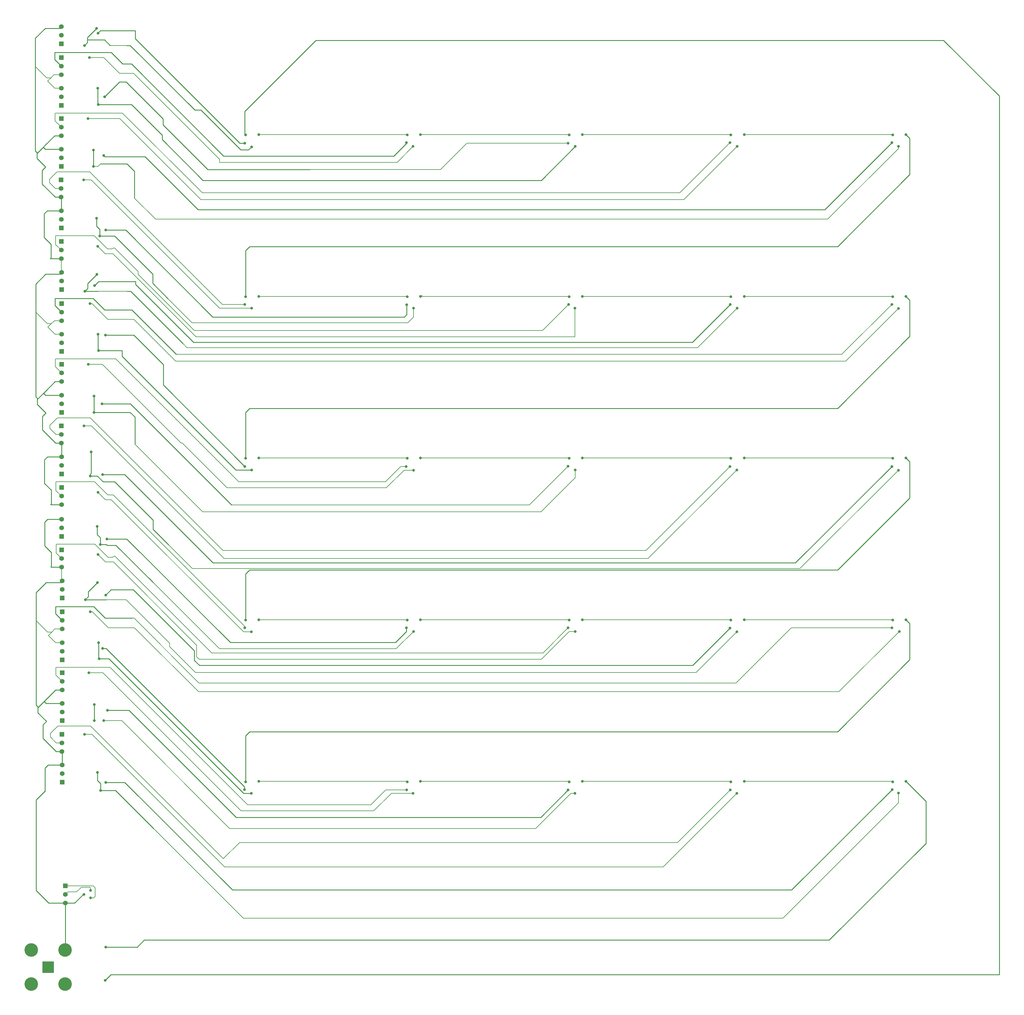
<source format=gbr>
%TF.GenerationSoftware,KiCad,Pcbnew,(6.0.8-1)-1*%
%TF.CreationDate,2024-05-08T16:12:46-04:00*%
%TF.ProjectId,Untitled,556e7469-746c-4656-942e-6b696361645f,rev?*%
%TF.SameCoordinates,Original*%
%TF.FileFunction,Copper,L2,Bot*%
%TF.FilePolarity,Positive*%
%FSLAX46Y46*%
G04 Gerber Fmt 4.6, Leading zero omitted, Abs format (unit mm)*
G04 Created by KiCad (PCBNEW (6.0.8-1)-1) date 2024-05-08 16:12:46*
%MOMM*%
%LPD*%
G01*
G04 APERTURE LIST*
%TA.AperFunction,ComponentPad*%
%ADD10R,1.397000X1.397000*%
%TD*%
%TA.AperFunction,ComponentPad*%
%ADD11C,1.397000*%
%TD*%
%TA.AperFunction,ComponentPad*%
%ADD12R,3.500000X3.500000*%
%TD*%
%TA.AperFunction,ComponentPad*%
%ADD13C,4.000000*%
%TD*%
%TA.AperFunction,ViaPad*%
%ADD14C,0.800000*%
%TD*%
%TA.AperFunction,Conductor*%
%ADD15C,0.200000*%
%TD*%
%TA.AperFunction,Conductor*%
%ADD16C,0.250000*%
%TD*%
G04 APERTURE END LIST*
D10*
%TO.P,REF\u002A\u002A,1*%
%TO.N,N/C*%
X59500100Y-241237500D03*
D11*
%TO.P,REF\u002A\u002A,2*%
X59500100Y-238697500D03*
%TO.P,REF\u002A\u002A,3*%
X59500100Y-236157500D03*
%TD*%
D10*
%TO.P,REF\u002A\u002A,1*%
%TO.N,N/C*%
X59400100Y-186737500D03*
D11*
%TO.P,REF\u002A\u002A,2*%
X59400100Y-184197500D03*
%TO.P,REF\u002A\u002A,3*%
X59400100Y-181657500D03*
%TD*%
D12*
%TO.P,LEDs,1*%
%TO.N,N/C*%
X55387500Y-314087500D03*
D13*
%TO.P,LEDs,2*%
X60412500Y-319112500D03*
X60412500Y-309062500D03*
X50362500Y-319112500D03*
X50362500Y-309062500D03*
%TD*%
D10*
%TO.P,REF\u002A\u002A,1*%
%TO.N,N/C*%
X59350100Y-132087500D03*
D11*
%TO.P,REF\u002A\u002A,2*%
X59350100Y-129547500D03*
%TO.P,REF\u002A\u002A,3*%
X59350100Y-127007500D03*
%TD*%
D10*
%TO.P,REF\u002A\u002A,1*%
%TO.N,N/C*%
X59500100Y-204977500D03*
D11*
%TO.P,REF\u002A\u002A,2*%
X59500100Y-202437500D03*
%TO.P,REF\u002A\u002A,3*%
X59500100Y-199897500D03*
%TD*%
D10*
%TO.P,REF\u002A\u002A,1*%
%TO.N,N/C*%
X59350100Y-113827500D03*
D11*
%TO.P,REF\u002A\u002A,2*%
X59350100Y-111287500D03*
%TO.P,REF\u002A\u002A,3*%
X59350100Y-108747500D03*
%TD*%
D10*
%TO.P,REF\u002A\u002A,1*%
%TO.N,N/C*%
X59250100Y-41127500D03*
D11*
%TO.P,REF\u002A\u002A,2*%
X59250100Y-38587500D03*
%TO.P,REF\u002A\u002A,3*%
X59250100Y-36047500D03*
%TD*%
D10*
%TO.P,REF\u002A\u002A,1*%
%TO.N,N/C*%
X59350100Y-150087500D03*
D11*
%TO.P,REF\u002A\u002A,2*%
X59350100Y-147547500D03*
%TO.P,REF\u002A\u002A,3*%
X59350100Y-145007500D03*
%TD*%
D10*
%TO.P,REF\u002A\u002A,1*%
%TO.N,N/C*%
X59350100Y-168287500D03*
D11*
%TO.P,REF\u002A\u002A,2*%
X59350100Y-165747500D03*
%TO.P,REF\u002A\u002A,3*%
X59350100Y-163207500D03*
%TD*%
D10*
%TO.P,REF\u002A\u002A,1*%
%TO.N,N/C*%
X59250100Y-95587500D03*
D11*
%TO.P,REF\u002A\u002A,2*%
X59250100Y-93047500D03*
%TO.P,REF\u002A\u002A,3*%
X59250100Y-90507500D03*
%TD*%
D10*
%TO.P,REF\u002A\u002A,1*%
%TO.N,N/C*%
X59250100Y-77387500D03*
D11*
%TO.P,REF\u002A\u002A,2*%
X59250100Y-74847500D03*
%TO.P,REF\u002A\u002A,3*%
X59250100Y-72307500D03*
%TD*%
D10*
%TO.P,REF\u002A\u002A,1*%
%TO.N,N/C*%
X59250100Y-59387500D03*
D11*
%TO.P,REF\u002A\u002A,2*%
X59250100Y-56847500D03*
%TO.P,REF\u002A\u002A,3*%
X59250100Y-54307500D03*
%TD*%
D10*
%TO.P,REF\u002A\u002A,1*%
%TO.N,N/C*%
X59500100Y-223237500D03*
D11*
%TO.P,REF\u002A\u002A,2*%
X59500100Y-220697500D03*
%TO.P,REF\u002A\u002A,3*%
X59500100Y-218157500D03*
%TD*%
D10*
%TO.P,REF\u002A\u002A,1*%
%TO.N,N/C*%
X59500100Y-259437500D03*
D11*
%TO.P,REF\u002A\u002A,2*%
X59500100Y-256897500D03*
%TO.P,REF\u002A\u002A,3*%
X59500100Y-254357500D03*
%TD*%
D10*
%TO.P,REF\u002A\u002A,1*%
%TO.N,N/C*%
X59350100Y-172312500D03*
D11*
%TO.P,REF\u002A\u002A,2*%
X59350100Y-174852500D03*
%TO.P,REF\u002A\u002A,3*%
X59350100Y-177392500D03*
%TD*%
D10*
%TO.P,REF\u002A\u002A,1*%
%TO.N,N/C*%
X59250100Y-99612500D03*
D11*
%TO.P,REF\u002A\u002A,2*%
X59250100Y-102152500D03*
%TO.P,REF\u002A\u002A,3*%
X59250100Y-104692500D03*
%TD*%
D10*
%TO.P,REF\u002A\u002A,1*%
%TO.N,N/C*%
X59350100Y-135912500D03*
D11*
%TO.P,REF\u002A\u002A,2*%
X59350100Y-138452500D03*
%TO.P,REF\u002A\u002A,3*%
X59350100Y-140992500D03*
%TD*%
D10*
%TO.P,REF\u002A\u002A,1*%
%TO.N,N/C*%
X60437600Y-290100000D03*
D11*
%TO.P,REF\u002A\u002A,2*%
X60437600Y-292640000D03*
%TO.P,REF\u002A\u002A,3*%
X60437600Y-295180000D03*
%TD*%
D10*
%TO.P,REF\u002A\u002A,1*%
%TO.N,N/C*%
X59450000Y-245250000D03*
D11*
%TO.P,REF\u002A\u002A,2*%
X59450000Y-247790000D03*
%TO.P,REF\u002A\u002A,3*%
X59450000Y-250330000D03*
%TD*%
D10*
%TO.P,REF\u002A\u002A,1*%
%TO.N,N/C*%
X59250100Y-63212500D03*
D11*
%TO.P,REF\u002A\u002A,2*%
X59250100Y-65752500D03*
%TO.P,REF\u002A\u002A,3*%
X59250100Y-68292500D03*
%TD*%
D10*
%TO.P,REF\u002A\u002A,1*%
%TO.N,N/C*%
X59400100Y-190762500D03*
D11*
%TO.P,REF\u002A\u002A,2*%
X59400100Y-193302500D03*
%TO.P,REF\u002A\u002A,3*%
X59400100Y-195842500D03*
%TD*%
D10*
%TO.P,REF\u002A\u002A,1*%
%TO.N,N/C*%
X59200000Y-81400000D03*
D11*
%TO.P,REF\u002A\u002A,2*%
X59200000Y-83940000D03*
%TO.P,REF\u002A\u002A,3*%
X59200000Y-86480000D03*
%TD*%
D10*
%TO.P,REF\u002A\u002A,1*%
%TO.N,N/C*%
X59350100Y-117912500D03*
D11*
%TO.P,REF\u002A\u002A,2*%
X59350100Y-120452500D03*
%TO.P,REF\u002A\u002A,3*%
X59350100Y-122992500D03*
%TD*%
D10*
%TO.P,REF\u002A\u002A,1*%
%TO.N,N/C*%
X59500100Y-227062500D03*
D11*
%TO.P,REF\u002A\u002A,2*%
X59500100Y-229602500D03*
%TO.P,REF\u002A\u002A,3*%
X59500100Y-232142500D03*
%TD*%
D10*
%TO.P,REF\u002A\u002A,1*%
%TO.N,N/C*%
X59500100Y-209062500D03*
D11*
%TO.P,REF\u002A\u002A,2*%
X59500100Y-211602500D03*
%TO.P,REF\u002A\u002A,3*%
X59500100Y-214142500D03*
%TD*%
D10*
%TO.P,REF\u002A\u002A,1*%
%TO.N,N/C*%
X59300000Y-154100000D03*
D11*
%TO.P,REF\u002A\u002A,2*%
X59300000Y-156640000D03*
%TO.P,REF\u002A\u002A,3*%
X59300000Y-159180000D03*
%TD*%
D10*
%TO.P,REF\u002A\u002A,1*%
%TO.N,N/C*%
X59250100Y-45212500D03*
D11*
%TO.P,REF\u002A\u002A,2*%
X59250100Y-47752500D03*
%TO.P,REF\u002A\u002A,3*%
X59250100Y-50292500D03*
%TD*%
D14*
%TO.N,*%
X70000000Y-54300000D03*
X163200000Y-262700000D03*
X71500000Y-168500000D03*
X70200000Y-59100000D03*
X256900000Y-118200000D03*
X261000000Y-115800000D03*
X163300000Y-167200000D03*
X67800000Y-168900000D03*
X66150000Y-245250000D03*
X213200000Y-211400000D03*
X308800000Y-68000000D03*
X161500000Y-163700000D03*
X213200000Y-68000000D03*
X113500000Y-166100000D03*
X209100000Y-118200000D03*
X70300000Y-131800000D03*
X211000000Y-262700000D03*
X113500000Y-213800000D03*
X72400000Y-96200000D03*
X69050000Y-241250000D03*
X67112500Y-63212500D03*
X304900000Y-259300000D03*
X113700000Y-211500000D03*
X72300000Y-127300000D03*
X69950000Y-200450000D03*
X256800000Y-166100000D03*
X66000000Y-154100000D03*
X304700000Y-261600000D03*
X72400000Y-259500000D03*
X117600000Y-163600000D03*
X163200000Y-71500000D03*
X209300000Y-115900000D03*
X72400000Y-308200000D03*
X163300000Y-119300000D03*
X113700000Y-163700000D03*
X113700000Y-259300000D03*
X67362500Y-227062500D03*
X70850000Y-261850000D03*
X257100000Y-115900000D03*
X306600000Y-262600000D03*
X67212500Y-135912500D03*
X113500000Y-70500000D03*
X161500000Y-115900000D03*
X161300000Y-261700000D03*
X209000000Y-261700000D03*
X71800000Y-241237500D03*
X113500000Y-118200000D03*
X209300000Y-211500000D03*
X257100000Y-211500000D03*
X161200000Y-70400000D03*
X70750000Y-189150000D03*
X66100000Y-41637506D03*
X115500000Y-119300000D03*
X115500000Y-167100000D03*
X161500000Y-68100000D03*
X117600000Y-68000000D03*
X211100000Y-167100000D03*
X209300000Y-68100000D03*
X308800000Y-259200000D03*
X304900000Y-163700000D03*
X70150000Y-192150000D03*
X256800000Y-70400000D03*
X161500000Y-259300000D03*
X306600000Y-167200000D03*
X65900000Y-81400000D03*
X67887500Y-291437500D03*
X115500000Y-71600000D03*
X308800000Y-211400000D03*
X257100000Y-163700000D03*
X165400000Y-259200000D03*
X70100000Y-38000000D03*
X69800000Y-109300000D03*
X67887500Y-293637500D03*
X117600000Y-259200000D03*
X67862500Y-209062500D03*
X69950000Y-256550000D03*
X115400000Y-262700000D03*
X69700000Y-92700000D03*
X211000000Y-119300000D03*
X304600000Y-213800000D03*
X71800000Y-74200000D03*
X68800000Y-77400000D03*
X258800000Y-262700000D03*
X261000000Y-259200000D03*
X65937500Y-292587500D03*
X256800000Y-213900000D03*
X209000000Y-213800000D03*
X161200000Y-213800000D03*
X209000000Y-166000000D03*
X70250000Y-218150000D03*
X69700000Y-36600000D03*
X67612500Y-45212500D03*
X72200000Y-318000000D03*
X213200000Y-115800000D03*
X161300000Y-118300000D03*
X304900000Y-68100000D03*
X163300000Y-214900000D03*
X304600000Y-70400000D03*
X72400000Y-204100000D03*
X308800000Y-115800000D03*
X165400000Y-211400000D03*
X165400000Y-68000000D03*
X161500000Y-211500000D03*
X306600000Y-71500000D03*
X68800000Y-72600000D03*
X211100000Y-71500000D03*
X113400000Y-261600000D03*
X117600000Y-115800000D03*
X161100000Y-166100000D03*
X308800000Y-163600000D03*
X69100000Y-112600000D03*
X258900000Y-71500000D03*
X113700000Y-115900000D03*
X261000000Y-68000000D03*
X261000000Y-211400000D03*
X70600000Y-98000000D03*
X72700000Y-187500000D03*
X306800000Y-214900000D03*
X72900000Y-238200000D03*
X67712500Y-117912500D03*
X70000000Y-101000000D03*
X68900000Y-150100000D03*
X115400000Y-215000000D03*
X69050000Y-236450000D03*
X71300000Y-147600000D03*
X165400000Y-163600000D03*
X165400000Y-115800000D03*
X72100000Y-56800000D03*
X304900000Y-115900000D03*
X257100000Y-68100000D03*
X213200000Y-259200000D03*
X117600000Y-211400000D03*
X258800000Y-215000000D03*
X209300000Y-259300000D03*
X211100000Y-214900000D03*
X66200000Y-114337506D03*
X68100000Y-161800000D03*
X261000000Y-163600000D03*
X113700000Y-68100000D03*
X256900000Y-261700000D03*
X213200000Y-163600000D03*
X66350000Y-205487506D03*
X304600000Y-166100000D03*
X70100000Y-173700000D03*
X257100000Y-259300000D03*
X258800000Y-167100000D03*
X209300000Y-163700000D03*
X70450000Y-222950000D03*
X71500000Y-219900000D03*
X68900000Y-145300000D03*
X209000000Y-70500000D03*
X304600000Y-118200000D03*
X69850000Y-183850000D03*
X306600000Y-119400000D03*
X304900000Y-211500000D03*
X258900000Y-119300000D03*
X70100000Y-127000000D03*
%TD*%
D15*
%TO.N,*%
X67612500Y-45212500D02*
X71812500Y-45212500D01*
X76500000Y-49900000D02*
X80600000Y-49900000D01*
X71812500Y-45212500D02*
X76500000Y-49900000D01*
X80600000Y-49900000D02*
X106000000Y-75300000D01*
X106000000Y-75300000D02*
X106000000Y-76200000D01*
X158500000Y-76200000D02*
X163200000Y-71500000D01*
X106000000Y-76200000D02*
X158500000Y-76200000D01*
D16*
X59250100Y-47752500D02*
X57300000Y-45802400D01*
X57300000Y-45802400D02*
X57300000Y-43700000D01*
X57300000Y-43700000D02*
X74000000Y-43700000D01*
X74000000Y-43700000D02*
X77400000Y-47100000D01*
X157500000Y-74300000D02*
X161200000Y-70600000D01*
X77400000Y-47100000D02*
X80000000Y-47100000D01*
X80000000Y-47100000D02*
X107200000Y-74300000D01*
X107200000Y-74300000D02*
X157500000Y-74300000D01*
X161200000Y-70600000D02*
X161200000Y-70400000D01*
X76500000Y-52400000D02*
X78400000Y-52400000D01*
X78400000Y-52400000D02*
X89300000Y-63300000D01*
X72100000Y-56800000D02*
X76500000Y-52400000D01*
X89300000Y-63300000D02*
X89300000Y-65100000D01*
X89300000Y-65100000D02*
X102500000Y-78300000D01*
X102500000Y-78300000D02*
X132800000Y-78300000D01*
X67800000Y-168900000D02*
X69900000Y-168900000D01*
X69900000Y-168900000D02*
X71600000Y-170600000D01*
X71500000Y-168500000D02*
X78000000Y-168500000D01*
X78000000Y-168500000D02*
X104100000Y-194600000D01*
X104100000Y-194600000D02*
X276100000Y-194600000D01*
X276100000Y-194600000D02*
X304600000Y-166100000D01*
X71600000Y-170600000D02*
X75000000Y-170600000D01*
X75000000Y-170600000D02*
X86350000Y-181950000D01*
X86350000Y-181950000D02*
X86350000Y-184650000D01*
X86350000Y-184650000D02*
X90900000Y-189200000D01*
X67800000Y-168900000D02*
X67800000Y-168400000D01*
X67800000Y-168400000D02*
X68100000Y-168100000D01*
X68100000Y-168100000D02*
X68100000Y-161800000D01*
X113500000Y-67900000D02*
X113700000Y-68100000D01*
D15*
X59300000Y-156640000D02*
X57640000Y-156640000D01*
X151600000Y-267900000D02*
X112400000Y-267900000D01*
D16*
X52200000Y-146000000D02*
X52200000Y-147750000D01*
X67100000Y-112000000D02*
X67100000Y-113437506D01*
X81000000Y-159500000D02*
X81000000Y-151500000D01*
X72400000Y-96200000D02*
X78300000Y-96200000D01*
X78700000Y-76600000D02*
X80900000Y-78800000D01*
D15*
X155000000Y-170600000D02*
X155100000Y-170600000D01*
X117600000Y-163600000D02*
X161400000Y-163600000D01*
X158200000Y-220000000D02*
X106000000Y-220000000D01*
D16*
X52200000Y-147750000D02*
X54725000Y-150275000D01*
X59200000Y-86480000D02*
X57480000Y-86480000D01*
X56100000Y-177300000D02*
X56192500Y-177392500D01*
D15*
X160500000Y-167200000D02*
X155300000Y-172400000D01*
D16*
X51800000Y-291400000D02*
X51800000Y-264700000D01*
D15*
X209200000Y-115800000D02*
X209300000Y-115900000D01*
X57400000Y-63902400D02*
X57400000Y-61700000D01*
D16*
X336400000Y-316300000D02*
X336400000Y-56600000D01*
X72100000Y-119800000D02*
X80100000Y-119800000D01*
D15*
X70100000Y-114200000D02*
X70230000Y-114330000D01*
D16*
X66200000Y-114337506D02*
X69962494Y-114337506D01*
D15*
X56050000Y-246050000D02*
X56050000Y-245050000D01*
X60437600Y-290100000D02*
X64175000Y-290100000D01*
D16*
X114900000Y-196700000D02*
X113700000Y-197900000D01*
X70300000Y-131800000D02*
X77200000Y-131800000D01*
D15*
X55900000Y-153900000D02*
X58100000Y-151700000D01*
D16*
X52350000Y-237150000D02*
X51850000Y-236650000D01*
X69950000Y-200450000D02*
X67250000Y-203150000D01*
D15*
X99800000Y-232700000D02*
X289000000Y-232700000D01*
X213200000Y-115800000D02*
X257000000Y-115800000D01*
D16*
X51600000Y-39490000D02*
X54532494Y-36557506D01*
X84000000Y-74500000D02*
X99700000Y-90200000D01*
X69950000Y-256550000D02*
X69950000Y-258950000D01*
D15*
X73150000Y-213750000D02*
X80850000Y-213750000D01*
X257000000Y-68000000D02*
X257100000Y-68100000D01*
D16*
X68800000Y-77400000D02*
X68800000Y-72600000D01*
D15*
X291050000Y-134950000D02*
X306600000Y-119400000D01*
D16*
X55192500Y-163207500D02*
X54300000Y-164100000D01*
D15*
X289000000Y-232700000D02*
X306800000Y-214900000D01*
X57700000Y-170600000D02*
X69100000Y-170600000D01*
D16*
X53700000Y-155300000D02*
X53700000Y-151300000D01*
D15*
X163200000Y-262700000D02*
X156800000Y-262700000D01*
X201100000Y-223100000D02*
X100000000Y-223100000D01*
X165400000Y-259200000D02*
X209200000Y-259200000D01*
D16*
X112300000Y-72500000D02*
X100500000Y-60700000D01*
X77200000Y-131800000D02*
X77200000Y-133500000D01*
D15*
X57207500Y-122992500D02*
X56300000Y-123900000D01*
X57500000Y-134400000D02*
X57600000Y-134300000D01*
X56450000Y-215050000D02*
X55450000Y-216050000D01*
D16*
X75400000Y-189400000D02*
X72800000Y-189400000D01*
D15*
X199400000Y-273100000D02*
X209800000Y-262700000D01*
D16*
X288600000Y-101100000D02*
X114900000Y-101100000D01*
X57580000Y-159180000D02*
X53700000Y-155300000D01*
X113700000Y-150100000D02*
X113700000Y-163700000D01*
X104000000Y-121900000D02*
X160600000Y-121900000D01*
X81110000Y-37300000D02*
X81110000Y-39610000D01*
X81210000Y-111390000D02*
X81210000Y-112310000D01*
X79700000Y-147600000D02*
X109600000Y-177500000D01*
D15*
X75000000Y-101500000D02*
X74600000Y-101500000D01*
D16*
X54350000Y-189550000D02*
X56350000Y-191550000D01*
X110900000Y-269800000D02*
X200900000Y-269800000D01*
X72550000Y-189150000D02*
X72800000Y-189400000D01*
D15*
X60437600Y-292640000D02*
X61190100Y-291887500D01*
X163300000Y-167200000D02*
X160500000Y-167200000D01*
X306600000Y-265500000D02*
X272500000Y-299600000D01*
D16*
X100100000Y-224900000D02*
X245800000Y-224900000D01*
D15*
X59350100Y-122992500D02*
X57207500Y-122992500D01*
D16*
X72200000Y-318000000D02*
X73900000Y-316300000D01*
X69800000Y-109300000D02*
X67100000Y-112000000D01*
X134500000Y-40100000D02*
X113500000Y-61100000D01*
D15*
X70000000Y-101000000D02*
X72200000Y-103200000D01*
X100000000Y-223100000D02*
X99250000Y-222350000D01*
D16*
X201100000Y-81500000D02*
X101100000Y-81500000D01*
X56350000Y-191550000D02*
X56350000Y-195550000D01*
D15*
X272500000Y-299600000D02*
X113000000Y-299600000D01*
D16*
X69050000Y-241250000D02*
X69050000Y-236450000D01*
D15*
X72900000Y-101800000D02*
X69000000Y-97900000D01*
D16*
X99700000Y-90200000D02*
X284800000Y-90200000D01*
D15*
X161400000Y-68000000D02*
X161500000Y-68100000D01*
D16*
X72500000Y-219900000D02*
X113400000Y-260800000D01*
D15*
X57307500Y-54307500D02*
X59250100Y-54307500D01*
X257000000Y-259200000D02*
X257100000Y-259300000D01*
X209200000Y-259200000D02*
X209300000Y-259300000D01*
D16*
X308800000Y-211400000D02*
X309900000Y-212500000D01*
X79300000Y-238200000D02*
X110900000Y-269800000D01*
X72250000Y-210950000D02*
X80250000Y-210950000D01*
D15*
X57600000Y-134300000D02*
X75400000Y-134300000D01*
X99250000Y-218950000D02*
X74650000Y-194350000D01*
D16*
X70000000Y-54300000D02*
X70000000Y-58900000D01*
X309900000Y-164700000D02*
X309900000Y-175400000D01*
D15*
X211100000Y-169400000D02*
X211100000Y-167100000D01*
D16*
X67250000Y-204587506D02*
X66350000Y-205487506D01*
X59300000Y-159180000D02*
X57580000Y-159180000D01*
X115500000Y-71600000D02*
X114600000Y-72500000D01*
D15*
X97900000Y-123600000D02*
X90800000Y-116500000D01*
D16*
X81000000Y-151500000D02*
X79587500Y-150087500D01*
D15*
X232600000Y-193300000D02*
X107400000Y-193300000D01*
D16*
X83775000Y-306100000D02*
X286100000Y-306100000D01*
D15*
X304800000Y-163600000D02*
X304900000Y-163700000D01*
D16*
X67100000Y-113437506D02*
X66200000Y-114337506D01*
D15*
X59250100Y-65752500D02*
X57400000Y-63902400D01*
X107000000Y-190900000D02*
X232000000Y-190900000D01*
X70100000Y-77400000D02*
X70900000Y-76600000D01*
X165400000Y-163600000D02*
X209200000Y-163600000D01*
X57407500Y-127007500D02*
X59350100Y-127007500D01*
D16*
X286100000Y-306100000D02*
X314700000Y-277500000D01*
X54020000Y-144420000D02*
X52261068Y-146178932D01*
D15*
X56300000Y-123900000D02*
X55300000Y-124900000D01*
X213200000Y-68000000D02*
X257000000Y-68000000D01*
D16*
X336400000Y-56600000D02*
X319900000Y-40100000D01*
D15*
X261000000Y-163600000D02*
X304800000Y-163600000D01*
D16*
X98700000Y-60700000D02*
X79630000Y-41630000D01*
X81110000Y-39610000D02*
X112000000Y-70500000D01*
D15*
X304800000Y-68000000D02*
X304900000Y-68100000D01*
D16*
X52400000Y-237200000D02*
X52350000Y-237150000D01*
D15*
X111750000Y-263550000D02*
X114300000Y-266100000D01*
X165400000Y-68000000D02*
X209200000Y-68000000D01*
X98900000Y-227000000D02*
X246800000Y-227000000D01*
X57557500Y-218157500D02*
X59500100Y-218157500D01*
D16*
X59500100Y-254357500D02*
X55342500Y-254357500D01*
D15*
X59350100Y-174852500D02*
X57700000Y-173202400D01*
D16*
X70310000Y-111390000D02*
X81210000Y-111390000D01*
X51850000Y-203340000D02*
X54782494Y-200407506D01*
X56000000Y-104600000D02*
X56092500Y-104692500D01*
D15*
X109000000Y-273100000D02*
X199400000Y-273100000D01*
X74500000Y-103200000D02*
X99100000Y-127800000D01*
X68312500Y-117912500D02*
X72400000Y-122000000D01*
X285700000Y-93000000D02*
X87100000Y-93000000D01*
D16*
X54507500Y-72307500D02*
X59250100Y-72307500D01*
D15*
X304800000Y-211400000D02*
X304900000Y-211500000D01*
D16*
X70600000Y-96000000D02*
X70600000Y-98000000D01*
X52350000Y-238900000D02*
X54875000Y-241425000D01*
D15*
X61190100Y-291887500D02*
X63787500Y-291887500D01*
X247200000Y-131000000D02*
X96400000Y-131000000D01*
D16*
X51600000Y-72800000D02*
X51600000Y-47800000D01*
D15*
X68200000Y-154100000D02*
X66000000Y-154100000D01*
X117600000Y-259200000D02*
X161400000Y-259200000D01*
X257000000Y-115800000D02*
X257100000Y-115900000D01*
D16*
X158000000Y-218100000D02*
X161200000Y-214900000D01*
D15*
X156800000Y-262700000D02*
X151600000Y-267900000D01*
X55800000Y-82200000D02*
X55800000Y-81200000D01*
X68800000Y-77400000D02*
X70100000Y-77400000D01*
D16*
X57550000Y-207550000D02*
X68850000Y-207550000D01*
X70850000Y-261850000D02*
X75250000Y-261850000D01*
X51850000Y-236650000D02*
X51850000Y-211650000D01*
D15*
X67212500Y-135912500D02*
X71412500Y-135912500D01*
X155100000Y-261700000D02*
X161300000Y-261700000D01*
D16*
X54982500Y-234757500D02*
X54170000Y-235570000D01*
D15*
X57650000Y-225550000D02*
X57750000Y-225450000D01*
D16*
X53850000Y-242450000D02*
X54875000Y-241425000D01*
D15*
X78380000Y-205480000D02*
X91300000Y-218400000D01*
D16*
X314700000Y-265100000D02*
X308800000Y-259200000D01*
X56350000Y-195550000D02*
X56150000Y-195750000D01*
D15*
X74600000Y-101500000D02*
X74300000Y-101800000D01*
D16*
X319900000Y-40100000D02*
X134500000Y-40100000D01*
X52100000Y-73300000D02*
X52100000Y-75050000D01*
X59450000Y-250330000D02*
X57730000Y-250330000D01*
D15*
X91300000Y-219400000D02*
X98900000Y-227000000D01*
D16*
X113700000Y-197900000D02*
X113700000Y-211500000D01*
D15*
X67712500Y-117912500D02*
X68312500Y-117912500D01*
D16*
X69850000Y-186250000D02*
X70750000Y-187150000D01*
X56300000Y-173100000D02*
X56300000Y-177100000D01*
D15*
X77137500Y-241237500D02*
X109000000Y-273100000D01*
D16*
X70100000Y-131600000D02*
X70300000Y-131800000D01*
X68912500Y-150087500D02*
X68900000Y-150100000D01*
X100500000Y-60700000D02*
X98700000Y-60700000D01*
X86250000Y-109250000D02*
X86250000Y-111950000D01*
X98300000Y-129400000D02*
X245700000Y-129400000D01*
X54350000Y-182550000D02*
X54350000Y-189550000D01*
X80900000Y-78800000D02*
X80900000Y-86800000D01*
X80700000Y-127300000D02*
X89400000Y-136000000D01*
X114600000Y-72500000D02*
X112300000Y-72500000D01*
D15*
X258800000Y-167100000D02*
X232600000Y-193300000D01*
D16*
X112000000Y-70500000D02*
X113500000Y-70500000D01*
X57400000Y-118502400D02*
X57400000Y-116400000D01*
X72400000Y-308200000D02*
X81675000Y-308200000D01*
X161200000Y-214900000D02*
X161200000Y-213800000D01*
X245800000Y-224900000D02*
X256800000Y-213900000D01*
X54020000Y-144420000D02*
X54607500Y-145007500D01*
X52200000Y-146000000D02*
X51700000Y-145500000D01*
D15*
X76512500Y-63212500D02*
X99800000Y-86500000D01*
D16*
X73960000Y-202540000D02*
X80540000Y-202540000D01*
D15*
X289850000Y-132950000D02*
X93250000Y-132950000D01*
X117600000Y-211400000D02*
X161400000Y-211400000D01*
D16*
X80540000Y-202540000D02*
X98600000Y-220600000D01*
X59400100Y-209699900D02*
X59375000Y-209725000D01*
D15*
X82000000Y-109300000D02*
X82000000Y-108500000D01*
D16*
X54832500Y-143607500D02*
X54020000Y-144420000D01*
X72040000Y-40000000D02*
X73670000Y-41630000D01*
X68900000Y-150100000D02*
X68900000Y-145300000D01*
D15*
X56450000Y-215050000D02*
X55250000Y-215050000D01*
D16*
X70750000Y-187150000D02*
X70750000Y-189150000D01*
D15*
X113500000Y-213400000D02*
X113500000Y-213800000D01*
X68100000Y-81400000D02*
X106000000Y-119300000D01*
X55300000Y-124900000D02*
X57407500Y-127007500D01*
X209000000Y-166000000D02*
X197500000Y-177500000D01*
X69100000Y-170600000D02*
X73000000Y-174500000D01*
X155300000Y-172400000D02*
X108200000Y-172400000D01*
D16*
X69962494Y-114337506D02*
X70100000Y-114200000D01*
D15*
X67800000Y-151700000D02*
X107000000Y-190900000D01*
X68350000Y-245250000D02*
X66150000Y-245250000D01*
X106000000Y-119300000D02*
X115500000Y-119300000D01*
X209800000Y-262700000D02*
X211000000Y-262700000D01*
D16*
X51600000Y-47800000D02*
X51600000Y-39490000D01*
X113400000Y-260800000D02*
X113400000Y-261600000D01*
D15*
X163300000Y-121900000D02*
X161600000Y-123600000D01*
X67862500Y-209062500D02*
X68462500Y-209062500D01*
D16*
X109200000Y-218100000D02*
X158000000Y-218100000D01*
D15*
X71562500Y-227062500D02*
X67362500Y-227062500D01*
D16*
X54300000Y-164100000D02*
X54300000Y-171100000D01*
X51800000Y-264700000D02*
X54450000Y-262050000D01*
D15*
X117600000Y-68000000D02*
X161400000Y-68000000D01*
D16*
X70100000Y-38000000D02*
X70800000Y-37300000D01*
D15*
X55800000Y-81200000D02*
X58000000Y-79000000D01*
X171300000Y-78300000D02*
X132800000Y-78300000D01*
X74000000Y-175900000D02*
X113100000Y-215000000D01*
X108200000Y-172400000D02*
X107350000Y-171550000D01*
D16*
X288600000Y-196700000D02*
X114900000Y-196700000D01*
X72300000Y-127300000D02*
X80700000Y-127300000D01*
D15*
X274900000Y-213800000D02*
X258600000Y-230100000D01*
D16*
X70850000Y-259850000D02*
X70850000Y-261850000D01*
D15*
X59250100Y-104692500D02*
X59250100Y-108647500D01*
D16*
X165800000Y-115600000D02*
X165700000Y-115700000D01*
D15*
X56300000Y-123900000D02*
X55100000Y-123900000D01*
D16*
X57480000Y-86480000D02*
X53600000Y-82600000D01*
X54732500Y-70907500D02*
X57347500Y-68292500D01*
X70750000Y-189150000D02*
X72550000Y-189150000D01*
X78600000Y-187500000D02*
X109200000Y-218100000D01*
D15*
X73000000Y-174500000D02*
X74600000Y-174500000D01*
D16*
X70000000Y-58900000D02*
X70200000Y-59100000D01*
X78300000Y-96200000D02*
X104000000Y-121900000D01*
X69700000Y-36600000D02*
X67000000Y-39300000D01*
X70600000Y-98000000D02*
X75000000Y-98000000D01*
X75250000Y-261850000D02*
X86500000Y-273100000D01*
D15*
X70100000Y-173700000D02*
X72300000Y-175900000D01*
D16*
X308800000Y-115800000D02*
X309900000Y-116900000D01*
D15*
X232000000Y-190900000D02*
X256800000Y-166100000D01*
X80850000Y-213750000D02*
X99800000Y-232700000D01*
X107550000Y-284450000D02*
X68350000Y-245250000D01*
X165400000Y-115800000D02*
X209200000Y-115800000D01*
D16*
X56200000Y-100400000D02*
X56200000Y-104400000D01*
X70100000Y-127000000D02*
X70100000Y-131600000D01*
D15*
X57400000Y-61700000D02*
X57500000Y-61600000D01*
X57600000Y-100502400D02*
X59250100Y-102152500D01*
D16*
X59350100Y-191249900D02*
X59325000Y-191275000D01*
D15*
X161400000Y-211400000D02*
X161500000Y-211500000D01*
X59250100Y-108647500D02*
X59350100Y-108747500D01*
D16*
X160600000Y-121900000D02*
X161300000Y-121200000D01*
X52250000Y-146050000D02*
X52200000Y-146000000D01*
D15*
X306600000Y-262600000D02*
X306600000Y-265500000D01*
D16*
X161300000Y-121200000D02*
X161300000Y-118300000D01*
D15*
X69287500Y-290687500D02*
X69287500Y-293187500D01*
D16*
X70900000Y-76600000D02*
X78700000Y-76600000D01*
X54982500Y-234757500D02*
X57597500Y-232142500D01*
D15*
X209000000Y-70500000D02*
X179100000Y-70500000D01*
D16*
X54200000Y-91400000D02*
X54200000Y-98400000D01*
X288600000Y-148900000D02*
X114900000Y-148900000D01*
D15*
X59400100Y-193302500D02*
X57750000Y-191652400D01*
X106900000Y-118200000D02*
X113500000Y-118200000D01*
X57640000Y-156640000D02*
X55900000Y-154900000D01*
D16*
X54757500Y-236157500D02*
X59500100Y-236157500D01*
D15*
X107400000Y-193300000D02*
X68200000Y-154100000D01*
D16*
X86250000Y-200250000D02*
X75400000Y-189400000D01*
X309900000Y-127600000D02*
X288600000Y-148900000D01*
D15*
X59500100Y-229602500D02*
X57650000Y-227752400D01*
X163300000Y-119300000D02*
X163300000Y-121900000D01*
D16*
X51850000Y-211650000D02*
X51850000Y-203340000D01*
D15*
X257000000Y-163600000D02*
X257100000Y-163700000D01*
D16*
X53850000Y-246450000D02*
X53850000Y-242450000D01*
D15*
X57650000Y-227752400D02*
X57650000Y-225550000D01*
D16*
X89400000Y-142000000D02*
X113500000Y-166100000D01*
D15*
X72200000Y-103200000D02*
X74500000Y-103200000D01*
X114300000Y-266100000D02*
X150700000Y-266100000D01*
X161400000Y-163600000D02*
X161500000Y-163700000D01*
X71412500Y-135912500D02*
X94700000Y-159200000D01*
X99900000Y-230100000D02*
X80750000Y-210950000D01*
X258600000Y-230100000D02*
X99900000Y-230100000D01*
X98000000Y-196300000D02*
X90900000Y-189200000D01*
D16*
X200900000Y-269800000D02*
X209000000Y-261700000D01*
X75000000Y-98000000D02*
X86250000Y-109250000D01*
X69700000Y-92700000D02*
X69700000Y-95100000D01*
D15*
X201000000Y-179500000D02*
X211100000Y-169400000D01*
D16*
X59500100Y-250380100D02*
X59450000Y-250330000D01*
D15*
X59400100Y-199797500D02*
X59500100Y-199897500D01*
D16*
X67000000Y-39300000D02*
X67000000Y-40000000D01*
D15*
X111900000Y-277300000D02*
X241300000Y-277300000D01*
X261000000Y-115800000D02*
X304800000Y-115800000D01*
D16*
X54832500Y-143607500D02*
X57447500Y-140992500D01*
D15*
X56200000Y-51200000D02*
X55200000Y-52200000D01*
X201600000Y-221200000D02*
X209000000Y-213800000D01*
X59200000Y-83940000D02*
X57540000Y-83940000D01*
X159500000Y-166100000D02*
X161100000Y-166100000D01*
X57750000Y-225450000D02*
X73650000Y-225450000D01*
D16*
X113500000Y-61100000D02*
X113500000Y-67900000D01*
D15*
X64175000Y-290100000D02*
X68700000Y-290100000D01*
X59250100Y-50292500D02*
X57107500Y-50292500D01*
D16*
X57730000Y-250330000D02*
X53850000Y-246450000D01*
X59250100Y-90507500D02*
X59250100Y-86530100D01*
D15*
X82000000Y-108500000D02*
X75000000Y-101500000D01*
X155000000Y-170600000D02*
X159500000Y-166100000D01*
D16*
X55242500Y-181657500D02*
X54350000Y-182550000D01*
D15*
X59500100Y-214142500D02*
X57357500Y-214142500D01*
X261000000Y-68000000D02*
X304800000Y-68000000D01*
X69287500Y-293187500D02*
X68837500Y-293637500D01*
D16*
X98600000Y-223400000D02*
X100100000Y-224900000D01*
D15*
X77300000Y-61600000D02*
X100900000Y-85200000D01*
X93050000Y-134950000D02*
X291050000Y-134950000D01*
D16*
X113100000Y-262700000D02*
X115400000Y-262700000D01*
D15*
X66100000Y-41637506D02*
X66107506Y-41630000D01*
D16*
X54450000Y-255250000D02*
X54450000Y-262050000D01*
D15*
X117600000Y-115800000D02*
X161400000Y-115800000D01*
D16*
X60437600Y-295180000D02*
X63195000Y-295180000D01*
D15*
X161400000Y-115800000D02*
X161500000Y-115900000D01*
D16*
X68850000Y-207550000D02*
X72250000Y-210950000D01*
D15*
X58000000Y-79000000D02*
X67700000Y-79000000D01*
X243200000Y-87200000D02*
X100500000Y-87200000D01*
X72420000Y-205480000D02*
X72520000Y-205480000D01*
X261000000Y-259200000D02*
X304800000Y-259200000D01*
X80750000Y-210950000D02*
X80250000Y-210950000D01*
D16*
X309900000Y-79800000D02*
X288600000Y-101100000D01*
D15*
X74600000Y-174500000D02*
X113500000Y-213400000D01*
D16*
X80000000Y-59100000D02*
X70200000Y-59100000D01*
X70800000Y-37300000D02*
X81110000Y-37300000D01*
D15*
X69000000Y-97900000D02*
X57600000Y-97900000D01*
D16*
X245700000Y-129400000D02*
X256900000Y-118200000D01*
D15*
X55100000Y-123900000D02*
X51700000Y-120500000D01*
X63787500Y-291887500D02*
X65187500Y-290487500D01*
X179100000Y-70500000D02*
X171300000Y-78300000D01*
D16*
X71500000Y-219900000D02*
X72500000Y-219900000D01*
X51700000Y-120500000D02*
X51700000Y-112190000D01*
D15*
X73650000Y-225450000D02*
X111700000Y-263500000D01*
D16*
X101100000Y-81500000D02*
X89050000Y-69450000D01*
X56192500Y-177392500D02*
X59350100Y-177392500D01*
X59500100Y-254357500D02*
X59500100Y-250380100D01*
X55580000Y-295180000D02*
X51800000Y-291400000D01*
D15*
X95000000Y-159200000D02*
X107350000Y-171550000D01*
X107150000Y-282050000D02*
X111900000Y-277300000D01*
X70230000Y-114330000D02*
X78670000Y-114330000D01*
X165400000Y-211400000D02*
X209200000Y-211400000D01*
X113000000Y-299600000D02*
X86500000Y-273100000D01*
X99100000Y-127800000D02*
X211000000Y-127800000D01*
X67700000Y-79000000D02*
X106900000Y-118200000D01*
X211000000Y-127800000D02*
X211000000Y-119300000D01*
X258800000Y-262700000D02*
X237050000Y-284450000D01*
D16*
X55342500Y-254357500D02*
X54450000Y-255250000D01*
X59250100Y-118549900D02*
X59225000Y-118575000D01*
X54632494Y-109257506D02*
X59370100Y-109257506D01*
D15*
X80700000Y-122600000D02*
X93050000Y-134950000D01*
X58100000Y-151700000D02*
X67800000Y-151700000D01*
X211100000Y-214900000D02*
X209300000Y-214900000D01*
D16*
X309900000Y-116900000D02*
X309900000Y-127600000D01*
X52350000Y-237150000D02*
X52350000Y-238900000D01*
D15*
X161400000Y-259200000D02*
X161500000Y-259300000D01*
D16*
X114900000Y-101100000D02*
X113700000Y-102300000D01*
D15*
X209300000Y-214900000D02*
X201100000Y-223100000D01*
X100500000Y-87200000D02*
X99800000Y-86500000D01*
D16*
X51700000Y-145500000D02*
X51700000Y-120500000D01*
D15*
X100900000Y-85200000D02*
X242000000Y-85200000D01*
X304600000Y-213800000D02*
X274900000Y-213800000D01*
D16*
X57400000Y-116400000D02*
X68700000Y-116400000D01*
D15*
X57750000Y-189050000D02*
X69150000Y-189050000D01*
X72350000Y-194350000D02*
X70150000Y-192150000D01*
D16*
X70250000Y-218150000D02*
X70250000Y-222750000D01*
X59350100Y-163207500D02*
X55192500Y-163207500D01*
X89050000Y-69450000D02*
X89050000Y-68150000D01*
X86400000Y-200400000D02*
X86250000Y-200250000D01*
X308800000Y-68000000D02*
X309900000Y-69100000D01*
X275000000Y-291300000D02*
X304700000Y-261600000D01*
D15*
X242000000Y-85200000D02*
X256800000Y-70400000D01*
D16*
X66350000Y-205487506D02*
X72512494Y-205487506D01*
D15*
X213200000Y-211400000D02*
X257000000Y-211400000D01*
D16*
X67000000Y-40000000D02*
X67000000Y-40737506D01*
X56150000Y-195750000D02*
X56242500Y-195842500D01*
X113700000Y-245700000D02*
X113700000Y-259300000D01*
X57447500Y-140992500D02*
X59350100Y-140992500D01*
X309900000Y-212500000D02*
X309900000Y-223200000D01*
X79630000Y-41630000D02*
X78570000Y-41630000D01*
D15*
X74750000Y-192650000D02*
X75150000Y-192650000D01*
D16*
X98600000Y-220600000D02*
X98600000Y-223400000D01*
X59500100Y-211602500D02*
X57550000Y-209652400D01*
D15*
X209200000Y-163600000D02*
X209300000Y-163700000D01*
D16*
X68700000Y-116400000D02*
X72100000Y-119800000D01*
D15*
X56200000Y-51200000D02*
X55000000Y-51200000D01*
X68462500Y-209062500D02*
X73150000Y-213750000D01*
D16*
X71300000Y-147600000D02*
X79700000Y-147600000D01*
D15*
X304800000Y-115800000D02*
X304900000Y-115900000D01*
X57540000Y-83940000D02*
X55800000Y-82200000D01*
D16*
X53920000Y-71720000D02*
X52161068Y-73478932D01*
D15*
X59450000Y-247790000D02*
X57790000Y-247790000D01*
X241300000Y-277300000D02*
X256900000Y-261700000D01*
D16*
X54170000Y-235570000D02*
X54757500Y-236157500D01*
X59350100Y-163207500D02*
X59350100Y-159230100D01*
D15*
X67887500Y-290687500D02*
X67887500Y-291437500D01*
X277500000Y-196300000D02*
X98000000Y-196300000D01*
D16*
X59400100Y-181657500D02*
X55242500Y-181657500D01*
D15*
X209100000Y-118200000D02*
X201400000Y-125900000D01*
D16*
X109800000Y-291300000D02*
X275000000Y-291300000D01*
X59350100Y-120452500D02*
X57400000Y-118502400D01*
D15*
X74300000Y-101800000D02*
X72900000Y-101800000D01*
D16*
X86250000Y-111950000D02*
X90800000Y-116500000D01*
D15*
X57107500Y-50292500D02*
X56200000Y-51200000D01*
X75400000Y-134300000D02*
X111700000Y-170600000D01*
D16*
X59250100Y-86530100D02*
X59200000Y-86480000D01*
X51700000Y-112190000D02*
X54632494Y-109257506D01*
X52150000Y-73350000D02*
X52100000Y-73300000D01*
D15*
X65900000Y-81400000D02*
X68100000Y-81400000D01*
X213200000Y-163600000D02*
X257000000Y-163600000D01*
D16*
X55092500Y-90507500D02*
X54200000Y-91400000D01*
D15*
X57600000Y-97900000D02*
X57600000Y-100502400D01*
D16*
X53920000Y-71720000D02*
X54507500Y-72307500D01*
X72100000Y-74500000D02*
X84000000Y-74500000D01*
D15*
X261000000Y-211400000D02*
X304800000Y-211400000D01*
D16*
X60437600Y-295180000D02*
X55580000Y-295180000D01*
D15*
X57357500Y-214142500D02*
X56450000Y-215050000D01*
D16*
X52100000Y-75050000D02*
X54625000Y-77575000D01*
X69700000Y-95100000D02*
X70600000Y-96000000D01*
X309900000Y-69100000D02*
X309900000Y-79800000D01*
X60437600Y-295180000D02*
X60437600Y-309037400D01*
D15*
X304600000Y-118200000D02*
X289850000Y-132950000D01*
D16*
X309900000Y-223200000D02*
X288600000Y-244500000D01*
X72512494Y-205487506D02*
X72520000Y-205480000D01*
D15*
X306600000Y-167200000D02*
X277500000Y-196300000D01*
X306600000Y-71500000D02*
X306600000Y-72100000D01*
D16*
X57550000Y-209652400D02*
X57550000Y-207550000D01*
D15*
X73000000Y-122600000D02*
X80700000Y-122600000D01*
X57700000Y-173202400D02*
X57700000Y-170600000D01*
X75150000Y-192650000D02*
X103700000Y-221200000D01*
X103700000Y-221200000D02*
X201600000Y-221200000D01*
D16*
X67000000Y-40000000D02*
X72040000Y-40000000D01*
X114900000Y-148900000D02*
X113700000Y-150100000D01*
X53700000Y-151300000D02*
X54725000Y-150275000D01*
D15*
X67112500Y-63212500D02*
X76512500Y-63212500D01*
D16*
X57597500Y-232142500D02*
X59500100Y-232142500D01*
X114900000Y-244500000D02*
X113700000Y-245700000D01*
D15*
X69150000Y-189050000D02*
X73050000Y-192950000D01*
X237050000Y-284450000D02*
X107550000Y-284450000D01*
X111700000Y-170600000D02*
X155000000Y-170600000D01*
D16*
X314700000Y-277500000D02*
X314700000Y-265100000D01*
X59350100Y-159230100D02*
X59300000Y-159180000D01*
D15*
X213200000Y-259200000D02*
X257000000Y-259200000D01*
D16*
X72700000Y-187500000D02*
X78600000Y-187500000D01*
D15*
X81000000Y-159500000D02*
X101000000Y-179500000D01*
X73050000Y-192950000D02*
X74450000Y-192950000D01*
X67687500Y-290487500D02*
X67887500Y-290687500D01*
D16*
X54300000Y-171100000D02*
X56300000Y-173100000D01*
X70450000Y-222950000D02*
X73350000Y-222950000D01*
X81675000Y-308200000D02*
X83775000Y-306100000D01*
X78000000Y-259500000D02*
X109800000Y-291300000D01*
X113700000Y-102300000D02*
X113700000Y-115900000D01*
D15*
X68700000Y-290100000D02*
X69287500Y-290687500D01*
D16*
X69850000Y-183850000D02*
X69850000Y-186250000D01*
X79730000Y-114330000D02*
X78670000Y-114330000D01*
D15*
X56050000Y-245050000D02*
X58250000Y-242850000D01*
X72400000Y-122000000D02*
X73000000Y-122600000D01*
X113100000Y-215000000D02*
X115400000Y-215000000D01*
X57790000Y-247790000D02*
X56050000Y-246050000D01*
D16*
X211100000Y-71500000D02*
X201100000Y-81500000D01*
D15*
X72520000Y-205480000D02*
X78380000Y-205480000D01*
X59400100Y-195842500D02*
X59400100Y-199797500D01*
D16*
X71800000Y-74200000D02*
X72100000Y-74500000D01*
X72900000Y-238200000D02*
X79300000Y-238200000D01*
D15*
X257000000Y-211400000D02*
X257100000Y-211500000D01*
X72300000Y-175900000D02*
X74000000Y-175900000D01*
X65187500Y-290487500D02*
X67687500Y-290487500D01*
X150700000Y-266100000D02*
X155100000Y-261700000D01*
X94700000Y-159200000D02*
X95000000Y-159200000D01*
D16*
X73900000Y-316300000D02*
X336400000Y-316300000D01*
D15*
X258900000Y-119300000D02*
X247200000Y-131000000D01*
X55450000Y-216050000D02*
X57557500Y-218157500D01*
D16*
X288600000Y-244500000D02*
X114900000Y-244500000D01*
X54200000Y-98400000D02*
X56200000Y-100400000D01*
X110800000Y-167100000D02*
X115500000Y-167100000D01*
D15*
X161600000Y-123600000D02*
X97900000Y-123600000D01*
D16*
X53600000Y-78600000D02*
X54625000Y-77575000D01*
D15*
X91300000Y-218400000D02*
X91300000Y-219400000D01*
X98600000Y-125900000D02*
X82000000Y-109300000D01*
X73670000Y-41630000D02*
X78570000Y-41630000D01*
D16*
X95150000Y-129750000D02*
X79730000Y-114330000D01*
D15*
X55900000Y-154900000D02*
X55900000Y-153900000D01*
X74650000Y-194350000D02*
X72350000Y-194350000D01*
X96400000Y-131000000D02*
X95150000Y-129750000D01*
D16*
X81210000Y-112310000D02*
X98300000Y-129400000D01*
D15*
X57500000Y-136602400D02*
X57500000Y-134400000D01*
D16*
X57347500Y-68292500D02*
X59250100Y-68292500D01*
X308800000Y-163600000D02*
X309900000Y-164700000D01*
X69100000Y-112600000D02*
X70310000Y-111390000D01*
D15*
X57750000Y-191652400D02*
X57750000Y-189050000D01*
X55250000Y-215050000D02*
X51850000Y-211650000D01*
D16*
X67250000Y-203150000D02*
X67250000Y-204587506D01*
D15*
X106000000Y-220000000D02*
X86250000Y-200250000D01*
D16*
X309900000Y-175400000D02*
X288600000Y-196700000D01*
X56300000Y-177100000D02*
X56100000Y-177300000D01*
X72400000Y-204100000D02*
X73960000Y-202540000D01*
X53600000Y-82600000D02*
X53600000Y-78600000D01*
X89050000Y-68150000D02*
X80000000Y-59100000D01*
X80100000Y-119800000D02*
X93250000Y-132950000D01*
X284800000Y-90200000D02*
X304600000Y-70400000D01*
X56242500Y-195842500D02*
X59400100Y-195842500D01*
X54732500Y-70907500D02*
X53920000Y-71720000D01*
X89400000Y-136000000D02*
X89400000Y-142000000D01*
D15*
X59350100Y-138452500D02*
X57500000Y-136602400D01*
D16*
X79587500Y-150087500D02*
X68912500Y-150087500D01*
D15*
X55000000Y-51200000D02*
X51600000Y-47800000D01*
D16*
X52100000Y-73300000D02*
X51600000Y-72800000D01*
X72400000Y-259500000D02*
X78000000Y-259500000D01*
X73350000Y-222950000D02*
X113100000Y-262700000D01*
D15*
X99250000Y-222350000D02*
X99250000Y-218950000D01*
X197500000Y-177500000D02*
X109600000Y-177500000D01*
X258900000Y-71500000D02*
X243200000Y-87200000D01*
D16*
X56200000Y-104400000D02*
X56000000Y-104600000D01*
D15*
X246800000Y-227000000D02*
X258800000Y-215000000D01*
X101000000Y-179500000D02*
X201000000Y-179500000D01*
X74450000Y-192950000D02*
X74750000Y-192650000D01*
X68837500Y-293637500D02*
X67887500Y-293637500D01*
D16*
X54607500Y-145007500D02*
X59350100Y-145007500D01*
D15*
X58250000Y-242850000D02*
X67950000Y-242850000D01*
X304800000Y-259200000D02*
X304900000Y-259300000D01*
X87100000Y-93000000D02*
X80900000Y-86800000D01*
X55200000Y-52200000D02*
X57307500Y-54307500D01*
D16*
X77200000Y-133500000D02*
X110800000Y-167100000D01*
X59250100Y-90507500D02*
X55092500Y-90507500D01*
D15*
X112400000Y-267900000D02*
X71562500Y-227062500D01*
X306600000Y-72100000D02*
X285700000Y-93000000D01*
X201400000Y-125900000D02*
X98600000Y-125900000D01*
D16*
X63195000Y-295180000D02*
X65937500Y-292437500D01*
D15*
X163300000Y-214900000D02*
X158200000Y-220000000D01*
X67950000Y-242850000D02*
X107150000Y-282050000D01*
D16*
X54450000Y-262050000D02*
X54450000Y-262250000D01*
X70250000Y-222750000D02*
X70450000Y-222950000D01*
X54782494Y-200407506D02*
X59520100Y-200407506D01*
D15*
X209200000Y-211400000D02*
X209300000Y-211500000D01*
D16*
X67000000Y-40737506D02*
X66100000Y-41637506D01*
X54532494Y-36557506D02*
X59270100Y-36557506D01*
X54170000Y-235570000D02*
X52411068Y-237328932D01*
D15*
X57500000Y-61600000D02*
X77300000Y-61600000D01*
X71800000Y-241237500D02*
X77137500Y-241237500D01*
X209200000Y-68000000D02*
X209300000Y-68100000D01*
D16*
X69950000Y-258950000D02*
X70850000Y-259850000D01*
X56092500Y-104692500D02*
X59250100Y-104692500D01*
%TD*%
M02*

</source>
